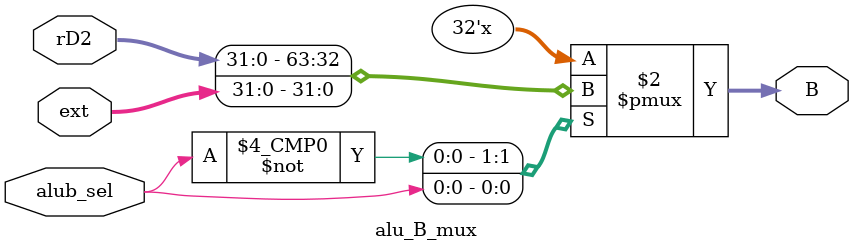
<source format=v>


module alu_B_mux(
    input   alub_sel,
    input   [31:0]  rD2,
    input   [31:0]  ext,
    output  reg [31:0]  B
    );
    
always @ (*) begin
    case(alub_sel)
        'b0:B=rD2;
        'b1:B=ext;
        default:;
    endcase
end

endmodule

</source>
